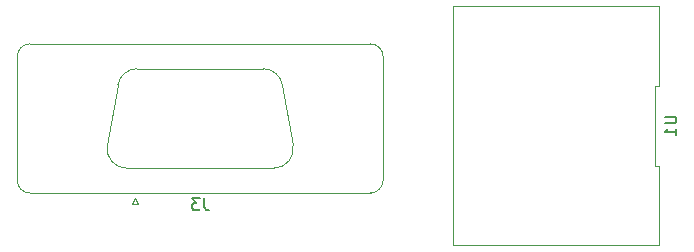
<source format=gbo>
G04 #@! TF.GenerationSoftware,KiCad,Pcbnew,(5.1.5-0)*
G04 #@! TF.CreationDate,2021-01-24T14:42:45-07:00*
G04 #@! TF.ProjectId,back_v3,6261636b-5f76-4332-9e6b-696361645f70,rev?*
G04 #@! TF.SameCoordinates,Original*
G04 #@! TF.FileFunction,Legend,Bot*
G04 #@! TF.FilePolarity,Positive*
%FSLAX46Y46*%
G04 Gerber Fmt 4.6, Leading zero omitted, Abs format (unit mm)*
G04 Created by KiCad (PCBNEW (5.1.5-0)) date 2021-01-24 14:42:45*
%MOMM*%
%LPD*%
G04 APERTURE LIST*
%ADD10C,0.120000*%
%ADD11C,0.150000*%
G04 APERTURE END LIST*
D10*
X173420000Y-114573333D02*
X173420000Y-121320000D01*
X173060000Y-114573333D02*
X173420000Y-114573333D01*
X173060000Y-107826667D02*
X173060000Y-114573333D01*
X173420000Y-107826667D02*
X173060000Y-107826667D01*
X173420000Y-101080000D02*
X173420000Y-107826667D01*
X155980000Y-101080000D02*
X173420000Y-101080000D01*
X155980000Y-121320000D02*
X155980000Y-101080000D01*
X173420000Y-121320000D02*
X155980000Y-121320000D01*
X126673530Y-112841744D02*
X127572798Y-107741744D01*
X142406470Y-112841744D02*
X141507202Y-107741744D01*
X129207579Y-106370000D02*
X139872421Y-106370000D01*
X128308311Y-114790000D02*
X140771689Y-114790000D01*
X129000000Y-117351325D02*
X128750000Y-117784338D01*
X129250000Y-117784338D02*
X129000000Y-117351325D01*
X128750000Y-117784338D02*
X129250000Y-117784338D01*
X119055000Y-105330000D02*
X119055000Y-115830000D01*
X148965000Y-104270000D02*
X120115000Y-104270000D01*
X150025000Y-115830000D02*
X150025000Y-105330000D01*
X120115000Y-116890000D02*
X148965000Y-116890000D01*
X141507202Y-107741744D02*
G75*
G03X139872421Y-106370000I-1634781J-288256D01*
G01*
X127572798Y-107741744D02*
G75*
G02X129207579Y-106370000I1634781J-288256D01*
G01*
X142406470Y-112841744D02*
G75*
G02X140771689Y-114790000I-1634781J-288256D01*
G01*
X126673530Y-112841744D02*
G75*
G03X128308311Y-114790000I1634781J-288256D01*
G01*
X148965000Y-104270000D02*
G75*
G02X150025000Y-105330000I0J-1060000D01*
G01*
X120115000Y-104270000D02*
G75*
G03X119055000Y-105330000I0J-1060000D01*
G01*
X150025000Y-115830000D02*
G75*
G02X148965000Y-116890000I-1060000J0D01*
G01*
X120115000Y-116890000D02*
G75*
G02X119055000Y-115830000I0J1060000D01*
G01*
D11*
X173872380Y-110438095D02*
X174681904Y-110438095D01*
X174777142Y-110485714D01*
X174824761Y-110533333D01*
X174872380Y-110628571D01*
X174872380Y-110819047D01*
X174824761Y-110914285D01*
X174777142Y-110961904D01*
X174681904Y-111009523D01*
X173872380Y-111009523D01*
X174872380Y-112009523D02*
X174872380Y-111438095D01*
X174872380Y-111723809D02*
X173872380Y-111723809D01*
X174015238Y-111628571D01*
X174110476Y-111533333D01*
X174158095Y-111438095D01*
X134873333Y-117342380D02*
X134873333Y-118056666D01*
X134920952Y-118199523D01*
X135016190Y-118294761D01*
X135159047Y-118342380D01*
X135254285Y-118342380D01*
X134492380Y-117342380D02*
X133873333Y-117342380D01*
X134206666Y-117723333D01*
X134063809Y-117723333D01*
X133968571Y-117770952D01*
X133920952Y-117818571D01*
X133873333Y-117913809D01*
X133873333Y-118151904D01*
X133920952Y-118247142D01*
X133968571Y-118294761D01*
X134063809Y-118342380D01*
X134349523Y-118342380D01*
X134444761Y-118294761D01*
X134492380Y-118247142D01*
M02*

</source>
